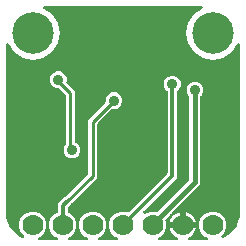
<source format=gbr>
G04 EAGLE Gerber RS-274X export*
G75*
%MOMM*%
%FSLAX34Y34*%
%LPD*%
%INBottom Copper*%
%IPPOS*%
%AMOC8*
5,1,8,0,0,1.08239X$1,22.5*%
G01*
%ADD10C,3.516000*%
%ADD11C,1.778000*%
%ADD12C,0.906400*%
%ADD13C,0.254000*%
%ADD14C,0.304800*%
%ADD15C,0.406400*%

G36*
X45277Y2549D02*
X45277Y2549D01*
X45347Y2548D01*
X45434Y2569D01*
X45523Y2581D01*
X45588Y2606D01*
X45656Y2623D01*
X45736Y2665D01*
X45819Y2698D01*
X45876Y2739D01*
X45937Y2771D01*
X46004Y2832D01*
X46076Y2884D01*
X46121Y2938D01*
X46173Y2985D01*
X46222Y3060D01*
X46279Y3129D01*
X46309Y3193D01*
X46347Y3251D01*
X46377Y3336D01*
X46415Y3417D01*
X46428Y3486D01*
X46451Y3552D01*
X46458Y3641D01*
X46475Y3729D01*
X46470Y3799D01*
X46476Y3869D01*
X46460Y3957D01*
X46455Y4047D01*
X46433Y4113D01*
X46421Y4182D01*
X46384Y4264D01*
X46357Y4349D01*
X46320Y4408D01*
X46291Y4472D01*
X46235Y4542D01*
X46187Y4618D01*
X46136Y4666D01*
X46092Y4720D01*
X46020Y4775D01*
X45955Y4836D01*
X45894Y4870D01*
X45838Y4912D01*
X45694Y4983D01*
X44325Y5550D01*
X41109Y8765D01*
X39369Y12966D01*
X39369Y17514D01*
X41109Y21715D01*
X44325Y24931D01*
X45952Y25604D01*
X45977Y25619D01*
X46005Y25628D01*
X46115Y25698D01*
X46228Y25762D01*
X46249Y25782D01*
X46274Y25798D01*
X46363Y25893D01*
X46456Y25983D01*
X46472Y26008D01*
X46492Y26030D01*
X46555Y26143D01*
X46623Y26254D01*
X46631Y26282D01*
X46646Y26308D01*
X46678Y26434D01*
X46716Y26558D01*
X46718Y26588D01*
X46725Y26616D01*
X46735Y26777D01*
X46735Y33434D01*
X52131Y38830D01*
X52147Y38830D01*
X52205Y38847D01*
X52265Y38855D01*
X52357Y38891D01*
X52453Y38919D01*
X52505Y38949D01*
X52561Y38972D01*
X52641Y39030D01*
X52726Y39080D01*
X52802Y39146D01*
X52818Y39158D01*
X52826Y39168D01*
X52847Y39186D01*
X72018Y58357D01*
X72078Y58435D01*
X72146Y58507D01*
X72175Y58560D01*
X72212Y58608D01*
X72252Y58699D01*
X72300Y58786D01*
X72315Y58844D01*
X72339Y58900D01*
X72354Y58998D01*
X72379Y59094D01*
X72385Y59194D01*
X72389Y59214D01*
X72387Y59226D01*
X72389Y59254D01*
X72389Y104448D01*
X86536Y118595D01*
X86596Y118673D01*
X86664Y118745D01*
X86693Y118798D01*
X86730Y118846D01*
X86770Y118937D01*
X86818Y119024D01*
X86833Y119082D01*
X86857Y119138D01*
X86872Y119236D01*
X86897Y119332D01*
X86903Y119432D01*
X86907Y119452D01*
X86905Y119464D01*
X86907Y119492D01*
X86907Y122057D01*
X87984Y124656D01*
X89974Y126646D01*
X92573Y127723D01*
X95387Y127723D01*
X97986Y126646D01*
X99976Y124656D01*
X101053Y122057D01*
X101053Y119243D01*
X99976Y116644D01*
X97986Y114654D01*
X95387Y113577D01*
X92822Y113577D01*
X92724Y113565D01*
X92625Y113562D01*
X92567Y113545D01*
X92507Y113537D01*
X92415Y113501D01*
X92319Y113473D01*
X92267Y113443D01*
X92211Y113420D01*
X92131Y113362D01*
X92046Y113312D01*
X91970Y113246D01*
X91954Y113234D01*
X91946Y113224D01*
X91925Y113206D01*
X80382Y101663D01*
X80322Y101585D01*
X80254Y101513D01*
X80225Y101460D01*
X80188Y101412D01*
X80148Y101321D01*
X80100Y101234D01*
X80085Y101176D01*
X80061Y101120D01*
X80046Y101022D01*
X80021Y100926D01*
X80015Y100826D01*
X80011Y100806D01*
X80013Y100794D01*
X80011Y100766D01*
X80011Y55572D01*
X58236Y33797D01*
X58176Y33719D01*
X58108Y33647D01*
X58079Y33594D01*
X58042Y33546D01*
X58002Y33455D01*
X57954Y33368D01*
X57939Y33310D01*
X57915Y33254D01*
X57900Y33156D01*
X57881Y33082D01*
X55236Y30438D01*
X55176Y30360D01*
X55108Y30288D01*
X55079Y30235D01*
X55042Y30187D01*
X55002Y30096D01*
X54954Y30009D01*
X54939Y29951D01*
X54915Y29895D01*
X54900Y29797D01*
X54875Y29701D01*
X54869Y29601D01*
X54865Y29581D01*
X54867Y29569D01*
X54865Y29541D01*
X54865Y26777D01*
X54868Y26748D01*
X54866Y26718D01*
X54888Y26590D01*
X54905Y26461D01*
X54915Y26434D01*
X54920Y26405D01*
X54974Y26286D01*
X55022Y26166D01*
X55039Y26142D01*
X55051Y26115D01*
X55132Y26014D01*
X55208Y25908D01*
X55231Y25890D01*
X55250Y25867D01*
X55353Y25789D01*
X55453Y25706D01*
X55480Y25693D01*
X55504Y25675D01*
X55648Y25604D01*
X57275Y24931D01*
X60491Y21715D01*
X62231Y17514D01*
X62231Y12966D01*
X60491Y8765D01*
X57275Y5550D01*
X55906Y4983D01*
X55846Y4948D01*
X55781Y4922D01*
X55708Y4870D01*
X55630Y4825D01*
X55580Y4777D01*
X55524Y4736D01*
X55466Y4666D01*
X55402Y4604D01*
X55365Y4544D01*
X55321Y4491D01*
X55282Y4409D01*
X55235Y4333D01*
X55215Y4266D01*
X55185Y4203D01*
X55168Y4115D01*
X55142Y4029D01*
X55138Y3959D01*
X55125Y3890D01*
X55131Y3801D01*
X55127Y3711D01*
X55141Y3643D01*
X55145Y3573D01*
X55173Y3488D01*
X55191Y3400D01*
X55222Y3337D01*
X55243Y3271D01*
X55291Y3195D01*
X55331Y3114D01*
X55376Y3061D01*
X55413Y3002D01*
X55479Y2940D01*
X55537Y2872D01*
X55594Y2832D01*
X55645Y2784D01*
X55724Y2741D01*
X55797Y2689D01*
X55862Y2664D01*
X55923Y2630D01*
X56010Y2608D01*
X56094Y2576D01*
X56164Y2568D01*
X56231Y2551D01*
X56392Y2541D01*
X70608Y2541D01*
X70677Y2549D01*
X70747Y2548D01*
X70834Y2569D01*
X70923Y2581D01*
X70988Y2606D01*
X71056Y2623D01*
X71136Y2665D01*
X71219Y2698D01*
X71276Y2739D01*
X71337Y2771D01*
X71404Y2832D01*
X71476Y2884D01*
X71521Y2938D01*
X71573Y2985D01*
X71622Y3060D01*
X71679Y3129D01*
X71709Y3193D01*
X71747Y3251D01*
X71777Y3336D01*
X71815Y3417D01*
X71828Y3486D01*
X71851Y3552D01*
X71858Y3641D01*
X71875Y3729D01*
X71870Y3799D01*
X71876Y3869D01*
X71860Y3957D01*
X71855Y4047D01*
X71833Y4113D01*
X71821Y4182D01*
X71784Y4264D01*
X71757Y4349D01*
X71720Y4408D01*
X71691Y4472D01*
X71635Y4542D01*
X71587Y4618D01*
X71536Y4666D01*
X71492Y4720D01*
X71420Y4775D01*
X71355Y4836D01*
X71294Y4870D01*
X71238Y4912D01*
X71094Y4983D01*
X69725Y5550D01*
X66509Y8765D01*
X64769Y12966D01*
X64769Y17514D01*
X66509Y21715D01*
X69725Y24931D01*
X73926Y26671D01*
X78474Y26671D01*
X82675Y24931D01*
X85891Y21715D01*
X87631Y17514D01*
X87631Y12966D01*
X85891Y8765D01*
X82675Y5550D01*
X81306Y4983D01*
X81246Y4948D01*
X81181Y4922D01*
X81108Y4870D01*
X81030Y4825D01*
X80980Y4777D01*
X80924Y4736D01*
X80866Y4666D01*
X80802Y4604D01*
X80765Y4544D01*
X80721Y4491D01*
X80682Y4409D01*
X80635Y4333D01*
X80615Y4266D01*
X80585Y4203D01*
X80568Y4115D01*
X80542Y4029D01*
X80538Y3959D01*
X80525Y3890D01*
X80531Y3801D01*
X80527Y3711D01*
X80541Y3643D01*
X80545Y3573D01*
X80573Y3488D01*
X80591Y3400D01*
X80622Y3337D01*
X80643Y3271D01*
X80691Y3195D01*
X80731Y3114D01*
X80776Y3061D01*
X80813Y3002D01*
X80879Y2940D01*
X80937Y2872D01*
X80994Y2832D01*
X81045Y2784D01*
X81124Y2741D01*
X81197Y2689D01*
X81262Y2664D01*
X81323Y2630D01*
X81410Y2608D01*
X81494Y2576D01*
X81564Y2568D01*
X81631Y2551D01*
X81792Y2541D01*
X96008Y2541D01*
X96077Y2549D01*
X96147Y2548D01*
X96234Y2569D01*
X96323Y2581D01*
X96388Y2606D01*
X96456Y2623D01*
X96536Y2665D01*
X96619Y2698D01*
X96676Y2739D01*
X96737Y2771D01*
X96804Y2832D01*
X96876Y2884D01*
X96921Y2938D01*
X96973Y2985D01*
X97022Y3060D01*
X97079Y3129D01*
X97109Y3193D01*
X97147Y3251D01*
X97177Y3336D01*
X97215Y3417D01*
X97228Y3486D01*
X97251Y3552D01*
X97258Y3641D01*
X97275Y3729D01*
X97270Y3799D01*
X97276Y3869D01*
X97260Y3957D01*
X97255Y4047D01*
X97233Y4113D01*
X97221Y4182D01*
X97184Y4264D01*
X97157Y4349D01*
X97120Y4408D01*
X97091Y4472D01*
X97035Y4542D01*
X96987Y4618D01*
X96936Y4666D01*
X96892Y4720D01*
X96820Y4775D01*
X96755Y4836D01*
X96694Y4870D01*
X96638Y4912D01*
X96494Y4983D01*
X95125Y5550D01*
X91909Y8765D01*
X90169Y12966D01*
X90169Y17514D01*
X91909Y21715D01*
X95125Y24931D01*
X99326Y26671D01*
X103874Y26671D01*
X105500Y25997D01*
X105529Y25989D01*
X105555Y25976D01*
X105682Y25947D01*
X105807Y25913D01*
X105837Y25913D01*
X105866Y25906D01*
X105995Y25910D01*
X106125Y25908D01*
X106154Y25915D01*
X106183Y25916D01*
X106308Y25952D01*
X106434Y25982D01*
X106461Y25996D01*
X106489Y26004D01*
X106601Y26070D01*
X106716Y26131D01*
X106737Y26151D01*
X106763Y26166D01*
X106884Y26272D01*
X139074Y58462D01*
X139134Y58540D01*
X139202Y58612D01*
X139231Y58665D01*
X139268Y58713D01*
X139308Y58804D01*
X139356Y58891D01*
X139371Y58949D01*
X139395Y59005D01*
X139410Y59103D01*
X139435Y59199D01*
X139441Y59299D01*
X139445Y59319D01*
X139443Y59331D01*
X139445Y59359D01*
X139445Y128157D01*
X139433Y128255D01*
X139430Y128354D01*
X139413Y128412D01*
X139405Y128472D01*
X139369Y128564D01*
X139341Y128659D01*
X139311Y128712D01*
X139288Y128768D01*
X139230Y128848D01*
X139180Y128933D01*
X139114Y129009D01*
X139102Y129025D01*
X139092Y129033D01*
X139074Y129054D01*
X137514Y130614D01*
X136437Y133213D01*
X136437Y136027D01*
X137514Y138626D01*
X139504Y140616D01*
X142103Y141693D01*
X144917Y141693D01*
X147516Y140616D01*
X149506Y138626D01*
X150583Y136027D01*
X150583Y133213D01*
X149506Y130614D01*
X147946Y129054D01*
X147886Y128976D01*
X147818Y128904D01*
X147789Y128851D01*
X147752Y128803D01*
X147712Y128712D01*
X147664Y128625D01*
X147649Y128567D01*
X147625Y128511D01*
X147610Y128413D01*
X147585Y128317D01*
X147579Y128217D01*
X147575Y128197D01*
X147577Y128185D01*
X147575Y128157D01*
X147575Y55466D01*
X119086Y26977D01*
X119043Y26922D01*
X118993Y26874D01*
X118946Y26797D01*
X118891Y26726D01*
X118863Y26662D01*
X118827Y26603D01*
X118800Y26517D01*
X118765Y26434D01*
X118754Y26365D01*
X118733Y26299D01*
X118729Y26209D01*
X118715Y26120D01*
X118721Y26051D01*
X118718Y25981D01*
X118736Y25893D01*
X118745Y25804D01*
X118768Y25738D01*
X118782Y25670D01*
X118822Y25589D01*
X118852Y25504D01*
X118891Y25447D01*
X118922Y25384D01*
X118980Y25316D01*
X119031Y25241D01*
X119083Y25195D01*
X119128Y25142D01*
X119202Y25090D01*
X119269Y25031D01*
X119331Y24999D01*
X119388Y24959D01*
X119472Y24927D01*
X119552Y24886D01*
X119620Y24871D01*
X119686Y24846D01*
X119775Y24836D01*
X119863Y24816D01*
X119932Y24819D01*
X120002Y24811D01*
X120091Y24823D01*
X120181Y24826D01*
X120248Y24846D01*
X120317Y24855D01*
X120469Y24907D01*
X124726Y26671D01*
X129274Y26671D01*
X129855Y26430D01*
X129884Y26422D01*
X129910Y26409D01*
X130036Y26380D01*
X130162Y26346D01*
X130191Y26346D01*
X130220Y26339D01*
X130350Y26343D01*
X130480Y26341D01*
X130508Y26348D01*
X130538Y26349D01*
X130663Y26385D01*
X130789Y26415D01*
X130815Y26429D01*
X130843Y26437D01*
X130955Y26503D01*
X131070Y26564D01*
X131092Y26584D01*
X131117Y26599D01*
X131238Y26705D01*
X157616Y53082D01*
X157676Y53161D01*
X157744Y53233D01*
X157773Y53286D01*
X157810Y53334D01*
X157850Y53425D01*
X157898Y53511D01*
X157913Y53570D01*
X157937Y53625D01*
X157952Y53723D01*
X157977Y53819D01*
X157983Y53919D01*
X157987Y53940D01*
X157985Y53952D01*
X157987Y53980D01*
X157987Y123585D01*
X157975Y123683D01*
X157972Y123782D01*
X157955Y123840D01*
X157947Y123900D01*
X157911Y123992D01*
X157883Y124087D01*
X157853Y124140D01*
X157830Y124196D01*
X157772Y124276D01*
X157722Y124361D01*
X157656Y124437D01*
X157644Y124453D01*
X157634Y124461D01*
X157616Y124482D01*
X156564Y125534D01*
X155487Y128133D01*
X155487Y130947D01*
X156564Y133546D01*
X158554Y135536D01*
X161153Y136613D01*
X163967Y136613D01*
X166566Y135536D01*
X168556Y133546D01*
X169633Y130947D01*
X169633Y128133D01*
X168556Y125534D01*
X167504Y124482D01*
X167444Y124404D01*
X167376Y124332D01*
X167347Y124279D01*
X167310Y124231D01*
X167270Y124140D01*
X167222Y124053D01*
X167207Y123995D01*
X167183Y123939D01*
X167168Y123841D01*
X167143Y123745D01*
X167137Y123645D01*
X167133Y123625D01*
X167135Y123613D01*
X167133Y123585D01*
X167133Y49666D01*
X143457Y25990D01*
X143420Y25943D01*
X143376Y25902D01*
X143323Y25818D01*
X143262Y25739D01*
X143238Y25684D01*
X143206Y25633D01*
X143175Y25538D01*
X143135Y25447D01*
X143126Y25388D01*
X143108Y25331D01*
X143101Y25231D01*
X143086Y25133D01*
X143091Y25073D01*
X143087Y25013D01*
X143106Y24915D01*
X143115Y24816D01*
X143136Y24760D01*
X143147Y24701D01*
X143189Y24611D01*
X143223Y24517D01*
X143257Y24467D01*
X143282Y24413D01*
X143346Y24336D01*
X143402Y24254D01*
X143446Y24214D01*
X143485Y24168D01*
X143565Y24109D01*
X143640Y24043D01*
X143693Y24016D01*
X143742Y23981D01*
X143835Y23944D01*
X143923Y23899D01*
X143982Y23885D01*
X144037Y23863D01*
X144136Y23851D01*
X144234Y23829D01*
X144293Y23831D01*
X144353Y23823D01*
X144452Y23836D01*
X144551Y23839D01*
X144609Y23855D01*
X144668Y23863D01*
X144761Y23899D01*
X144857Y23927D01*
X144908Y23957D01*
X144964Y23979D01*
X145100Y24066D01*
X146409Y25017D01*
X148012Y25833D01*
X149723Y26389D01*
X149901Y26417D01*
X149901Y17739D01*
X141223Y17739D01*
X141251Y17917D01*
X141807Y19628D01*
X142623Y21231D01*
X143574Y22540D01*
X143603Y22592D01*
X143640Y22640D01*
X143680Y22731D01*
X143728Y22818D01*
X143743Y22876D01*
X143766Y22931D01*
X143782Y23030D01*
X143807Y23126D01*
X143807Y23186D01*
X143816Y23245D01*
X143807Y23345D01*
X143807Y23444D01*
X143792Y23502D01*
X143786Y23562D01*
X143753Y23656D01*
X143728Y23752D01*
X143699Y23805D01*
X143679Y23861D01*
X143623Y23944D01*
X143575Y24031D01*
X143534Y24075D01*
X143500Y24125D01*
X143425Y24190D01*
X143357Y24263D01*
X143307Y24295D01*
X143262Y24335D01*
X143173Y24380D01*
X143089Y24434D01*
X143032Y24452D01*
X142979Y24480D01*
X142881Y24501D01*
X142786Y24532D01*
X142727Y24536D01*
X142668Y24549D01*
X142568Y24546D01*
X142469Y24553D01*
X142410Y24541D01*
X142350Y24540D01*
X142255Y24512D01*
X142157Y24493D01*
X142102Y24468D01*
X142045Y24451D01*
X141959Y24401D01*
X141869Y24358D01*
X141822Y24320D01*
X141771Y24290D01*
X141650Y24183D01*
X138020Y20553D01*
X138002Y20530D01*
X137979Y20511D01*
X137905Y20405D01*
X137825Y20302D01*
X137813Y20275D01*
X137796Y20251D01*
X137750Y20129D01*
X137699Y20010D01*
X137694Y19981D01*
X137683Y19953D01*
X137669Y19824D01*
X137649Y19696D01*
X137652Y19666D01*
X137648Y19637D01*
X137666Y19509D01*
X137679Y19379D01*
X137689Y19351D01*
X137693Y19322D01*
X137745Y19170D01*
X138431Y17514D01*
X138431Y12966D01*
X136691Y8765D01*
X133475Y5550D01*
X132106Y4983D01*
X132046Y4948D01*
X131981Y4922D01*
X131908Y4870D01*
X131830Y4825D01*
X131780Y4777D01*
X131724Y4736D01*
X131666Y4666D01*
X131602Y4604D01*
X131565Y4544D01*
X131521Y4491D01*
X131482Y4409D01*
X131435Y4333D01*
X131415Y4266D01*
X131385Y4203D01*
X131368Y4115D01*
X131342Y4029D01*
X131338Y3959D01*
X131325Y3890D01*
X131331Y3801D01*
X131327Y3711D01*
X131341Y3643D01*
X131345Y3573D01*
X131373Y3488D01*
X131391Y3400D01*
X131422Y3337D01*
X131443Y3271D01*
X131491Y3195D01*
X131531Y3114D01*
X131576Y3061D01*
X131613Y3002D01*
X131679Y2940D01*
X131737Y2872D01*
X131794Y2832D01*
X131845Y2784D01*
X131924Y2741D01*
X131997Y2689D01*
X132062Y2664D01*
X132123Y2630D01*
X132210Y2608D01*
X132294Y2576D01*
X132364Y2568D01*
X132431Y2551D01*
X132592Y2541D01*
X146859Y2541D01*
X146878Y2543D01*
X146898Y2541D01*
X147036Y2563D01*
X147174Y2581D01*
X147193Y2588D01*
X147212Y2591D01*
X147340Y2646D01*
X147470Y2698D01*
X147486Y2709D01*
X147504Y2717D01*
X147614Y2802D01*
X147727Y2884D01*
X147740Y2900D01*
X147756Y2912D01*
X147841Y3022D01*
X147930Y3129D01*
X147938Y3148D01*
X147951Y3163D01*
X148006Y3291D01*
X148065Y3417D01*
X148069Y3437D01*
X148077Y3455D01*
X148099Y3593D01*
X148125Y3729D01*
X148124Y3749D01*
X148127Y3769D01*
X148114Y3908D01*
X148106Y4047D01*
X148099Y4066D01*
X148098Y4086D01*
X148050Y4217D01*
X148007Y4349D01*
X147997Y4366D01*
X147990Y4385D01*
X147912Y4500D01*
X147837Y4618D01*
X147823Y4632D01*
X147812Y4648D01*
X147707Y4740D01*
X147606Y4836D01*
X147588Y4846D01*
X147573Y4859D01*
X147435Y4941D01*
X146409Y5464D01*
X144953Y6521D01*
X143681Y7793D01*
X142623Y9249D01*
X141807Y10852D01*
X141251Y12563D01*
X141223Y12741D01*
X151170Y12741D01*
X151288Y12756D01*
X151407Y12763D01*
X151445Y12775D01*
X151485Y12781D01*
X151596Y12824D01*
X151709Y12861D01*
X151743Y12883D01*
X151781Y12898D01*
X151877Y12967D01*
X151978Y13031D01*
X152006Y13061D01*
X152038Y13084D01*
X152114Y13176D01*
X152196Y13263D01*
X152215Y13298D01*
X152241Y13329D01*
X152292Y13437D01*
X152349Y13541D01*
X152359Y13581D01*
X152377Y13617D01*
X152397Y13724D01*
X152401Y13694D01*
X152445Y13584D01*
X152481Y13471D01*
X152503Y13436D01*
X152518Y13399D01*
X152588Y13302D01*
X152651Y13202D01*
X152681Y13174D01*
X152705Y13141D01*
X152796Y13065D01*
X152883Y12984D01*
X152918Y12964D01*
X152950Y12939D01*
X153057Y12888D01*
X153162Y12830D01*
X153201Y12820D01*
X153237Y12803D01*
X153354Y12781D01*
X153470Y12751D01*
X153530Y12747D01*
X153550Y12743D01*
X153570Y12745D01*
X153630Y12741D01*
X163577Y12741D01*
X163549Y12563D01*
X162993Y10852D01*
X162177Y9249D01*
X161119Y7793D01*
X159847Y6521D01*
X158391Y5464D01*
X157365Y4941D01*
X157349Y4930D01*
X157330Y4922D01*
X157218Y4841D01*
X157102Y4762D01*
X157089Y4747D01*
X157073Y4736D01*
X156984Y4628D01*
X156892Y4524D01*
X156883Y4506D01*
X156870Y4491D01*
X156811Y4365D01*
X156747Y4240D01*
X156743Y4221D01*
X156735Y4203D01*
X156708Y4066D01*
X156678Y3930D01*
X156678Y3910D01*
X156675Y3890D01*
X156683Y3751D01*
X156688Y3612D01*
X156693Y3593D01*
X156694Y3573D01*
X156737Y3440D01*
X156776Y3307D01*
X156786Y3289D01*
X156793Y3271D01*
X156867Y3153D01*
X156938Y3033D01*
X156952Y3019D01*
X156963Y3002D01*
X157064Y2906D01*
X157163Y2808D01*
X157180Y2798D01*
X157194Y2784D01*
X157316Y2717D01*
X157436Y2646D01*
X157455Y2640D01*
X157473Y2630D01*
X157607Y2596D01*
X157742Y2557D01*
X157761Y2556D01*
X157781Y2551D01*
X157941Y2541D01*
X172208Y2541D01*
X172277Y2549D01*
X172347Y2548D01*
X172434Y2569D01*
X172523Y2581D01*
X172588Y2606D01*
X172656Y2623D01*
X172736Y2665D01*
X172819Y2698D01*
X172876Y2739D01*
X172937Y2771D01*
X173004Y2832D01*
X173076Y2884D01*
X173121Y2938D01*
X173173Y2985D01*
X173222Y3060D01*
X173279Y3129D01*
X173309Y3193D01*
X173347Y3251D01*
X173377Y3336D01*
X173415Y3417D01*
X173428Y3486D01*
X173451Y3552D01*
X173458Y3641D01*
X173475Y3729D01*
X173470Y3799D01*
X173476Y3869D01*
X173460Y3957D01*
X173455Y4047D01*
X173433Y4113D01*
X173421Y4182D01*
X173384Y4264D01*
X173357Y4349D01*
X173320Y4408D01*
X173291Y4472D01*
X173235Y4542D01*
X173187Y4618D01*
X173136Y4666D01*
X173092Y4720D01*
X173020Y4775D01*
X172955Y4836D01*
X172894Y4870D01*
X172838Y4912D01*
X172694Y4983D01*
X171325Y5550D01*
X168109Y8765D01*
X166369Y12966D01*
X166369Y17514D01*
X168109Y21715D01*
X171325Y24931D01*
X175526Y26671D01*
X180074Y26671D01*
X184275Y24931D01*
X187491Y21715D01*
X189231Y17514D01*
X189231Y12966D01*
X187491Y8765D01*
X185344Y6619D01*
X185332Y6603D01*
X185317Y6590D01*
X185235Y6478D01*
X185149Y6368D01*
X185141Y6349D01*
X185130Y6333D01*
X185078Y6204D01*
X185023Y6076D01*
X185020Y6056D01*
X185013Y6037D01*
X184995Y5899D01*
X184973Y5762D01*
X184975Y5742D01*
X184973Y5722D01*
X184990Y5584D01*
X185003Y5445D01*
X185010Y5426D01*
X185012Y5406D01*
X185063Y5277D01*
X185111Y5146D01*
X185122Y5129D01*
X185129Y5111D01*
X185211Y4998D01*
X185289Y4883D01*
X185304Y4869D01*
X185316Y4853D01*
X185423Y4764D01*
X185528Y4672D01*
X185545Y4663D01*
X185561Y4650D01*
X185686Y4591D01*
X185811Y4527D01*
X185830Y4523D01*
X185848Y4515D01*
X185985Y4488D01*
X186121Y4458D01*
X186141Y4458D01*
X186161Y4455D01*
X186300Y4463D01*
X186439Y4467D01*
X186458Y4473D01*
X186478Y4474D01*
X186634Y4514D01*
X187994Y4956D01*
X188101Y5007D01*
X188212Y5050D01*
X188263Y5083D01*
X188282Y5091D01*
X188297Y5104D01*
X188348Y5136D01*
X193812Y9107D01*
X193899Y9188D01*
X193946Y9227D01*
X193952Y9231D01*
X193953Y9232D01*
X193991Y9264D01*
X194029Y9310D01*
X194044Y9324D01*
X194055Y9342D01*
X194093Y9388D01*
X198064Y14852D01*
X198121Y14956D01*
X198185Y15056D01*
X198207Y15113D01*
X198217Y15131D01*
X198222Y15151D01*
X198244Y15206D01*
X200331Y21630D01*
X200344Y21698D01*
X200367Y21764D01*
X200390Y21923D01*
X200655Y25300D01*
X200655Y25304D01*
X200656Y25307D01*
X200655Y25326D01*
X200659Y25400D01*
X200659Y167796D01*
X200646Y167900D01*
X200642Y168004D01*
X200626Y168057D01*
X200619Y168111D01*
X200581Y168208D01*
X200551Y168309D01*
X200523Y168356D01*
X200502Y168407D01*
X200441Y168492D01*
X200387Y168581D01*
X200348Y168620D01*
X200316Y168665D01*
X200235Y168731D01*
X200161Y168804D01*
X200113Y168832D01*
X200071Y168867D01*
X199976Y168912D01*
X199886Y168964D01*
X199833Y168979D01*
X199783Y169003D01*
X199680Y169022D01*
X199580Y169051D01*
X199525Y169052D01*
X199471Y169063D01*
X199366Y169056D01*
X199262Y169059D01*
X199208Y169046D01*
X199153Y169043D01*
X199054Y169011D01*
X198952Y168987D01*
X198903Y168962D01*
X198851Y168945D01*
X198762Y168889D01*
X198670Y168841D01*
X198628Y168804D01*
X198582Y168775D01*
X198510Y168699D01*
X198432Y168629D01*
X198379Y168559D01*
X198364Y168543D01*
X198357Y168530D01*
X198335Y168501D01*
X193834Y161766D01*
X186478Y156850D01*
X177800Y155124D01*
X169122Y156850D01*
X161766Y161766D01*
X156850Y169122D01*
X155124Y177800D01*
X156850Y186478D01*
X161766Y193834D01*
X168501Y198335D01*
X168580Y198403D01*
X168665Y198464D01*
X168700Y198507D01*
X168741Y198543D01*
X168801Y198629D01*
X168867Y198709D01*
X168891Y198759D01*
X168922Y198805D01*
X168958Y198903D01*
X169003Y198997D01*
X169013Y199051D01*
X169032Y199103D01*
X169043Y199207D01*
X169063Y199310D01*
X169059Y199365D01*
X169065Y199419D01*
X169049Y199523D01*
X169043Y199627D01*
X169026Y199679D01*
X169018Y199734D01*
X168977Y199830D01*
X168945Y199929D01*
X168915Y199976D01*
X168894Y200027D01*
X168831Y200110D01*
X168775Y200198D01*
X168735Y200236D01*
X168701Y200280D01*
X168619Y200345D01*
X168543Y200416D01*
X168495Y200443D01*
X168452Y200477D01*
X168356Y200519D01*
X168265Y200570D01*
X168211Y200583D01*
X168161Y200606D01*
X168058Y200623D01*
X167957Y200649D01*
X167869Y200655D01*
X167847Y200658D01*
X167832Y200657D01*
X167796Y200659D01*
X35404Y200659D01*
X35300Y200646D01*
X35196Y200642D01*
X35143Y200626D01*
X35089Y200619D01*
X34992Y200581D01*
X34891Y200551D01*
X34844Y200523D01*
X34793Y200502D01*
X34708Y200441D01*
X34619Y200387D01*
X34580Y200348D01*
X34535Y200316D01*
X34469Y200235D01*
X34396Y200161D01*
X34368Y200113D01*
X34333Y200071D01*
X34288Y199976D01*
X34236Y199886D01*
X34221Y199833D01*
X34197Y199783D01*
X34178Y199680D01*
X34149Y199580D01*
X34148Y199525D01*
X34137Y199471D01*
X34144Y199366D01*
X34141Y199262D01*
X34154Y199208D01*
X34157Y199153D01*
X34189Y199054D01*
X34213Y198952D01*
X34238Y198903D01*
X34255Y198851D01*
X34311Y198762D01*
X34359Y198670D01*
X34396Y198628D01*
X34425Y198582D01*
X34501Y198510D01*
X34571Y198432D01*
X34641Y198379D01*
X34657Y198364D01*
X34670Y198357D01*
X34699Y198335D01*
X41434Y193834D01*
X46350Y186478D01*
X48076Y177800D01*
X46350Y169122D01*
X41434Y161766D01*
X34078Y156850D01*
X25400Y155124D01*
X16722Y156850D01*
X9366Y161766D01*
X4865Y168501D01*
X4797Y168580D01*
X4736Y168664D01*
X4693Y168700D01*
X4657Y168741D01*
X4571Y168801D01*
X4491Y168867D01*
X4441Y168891D01*
X4395Y168922D01*
X4297Y168958D01*
X4203Y169003D01*
X4149Y169013D01*
X4097Y169032D01*
X3993Y169043D01*
X3890Y169063D01*
X3835Y169059D01*
X3781Y169065D01*
X3677Y169049D01*
X3573Y169043D01*
X3521Y169026D01*
X3466Y169018D01*
X3370Y168977D01*
X3271Y168945D01*
X3224Y168915D01*
X3173Y168894D01*
X3090Y168831D01*
X3002Y168775D01*
X2964Y168735D01*
X2920Y168701D01*
X2855Y168619D01*
X2784Y168543D01*
X2757Y168495D01*
X2723Y168452D01*
X2681Y168356D01*
X2630Y168265D01*
X2617Y168211D01*
X2594Y168161D01*
X2577Y168058D01*
X2551Y167957D01*
X2545Y167868D01*
X2542Y167847D01*
X2543Y167832D01*
X2541Y167796D01*
X2541Y25400D01*
X2543Y25378D01*
X2545Y25300D01*
X2810Y21923D01*
X2824Y21855D01*
X2829Y21786D01*
X2869Y21630D01*
X4956Y15206D01*
X5006Y15099D01*
X5050Y14988D01*
X5083Y14937D01*
X5091Y14918D01*
X5104Y14903D01*
X5136Y14852D01*
X9107Y9388D01*
X9127Y9366D01*
X9138Y9348D01*
X9184Y9305D01*
X9188Y9301D01*
X9264Y9209D01*
X9310Y9171D01*
X9324Y9156D01*
X9342Y9145D01*
X9388Y9107D01*
X14596Y5322D01*
X14852Y5136D01*
X14956Y5079D01*
X15056Y5015D01*
X15113Y4993D01*
X15131Y4983D01*
X15151Y4978D01*
X15206Y4956D01*
X16566Y4514D01*
X16586Y4510D01*
X16604Y4503D01*
X16741Y4481D01*
X16878Y4455D01*
X16898Y4456D01*
X16918Y4453D01*
X17057Y4466D01*
X17196Y4475D01*
X17215Y4481D01*
X17235Y4483D01*
X17366Y4530D01*
X17498Y4573D01*
X17515Y4583D01*
X17534Y4590D01*
X17649Y4668D01*
X17767Y4743D01*
X17780Y4758D01*
X17797Y4769D01*
X17889Y4873D01*
X17985Y4975D01*
X17994Y4992D01*
X18007Y5007D01*
X18071Y5131D01*
X18138Y5253D01*
X18143Y5273D01*
X18152Y5290D01*
X18183Y5426D01*
X18217Y5561D01*
X18217Y5581D01*
X18222Y5601D01*
X18217Y5740D01*
X18218Y5879D01*
X18213Y5899D01*
X18212Y5919D01*
X18173Y6053D01*
X18139Y6187D01*
X18129Y6205D01*
X18124Y6224D01*
X18053Y6344D01*
X17986Y6466D01*
X17972Y6481D01*
X17962Y6498D01*
X17856Y6619D01*
X15709Y8765D01*
X13969Y12966D01*
X13969Y17514D01*
X15709Y21715D01*
X18925Y24931D01*
X23126Y26671D01*
X27674Y26671D01*
X31875Y24931D01*
X35091Y21715D01*
X36831Y17514D01*
X36831Y12966D01*
X35091Y8765D01*
X31875Y5550D01*
X30506Y4983D01*
X30446Y4948D01*
X30381Y4922D01*
X30308Y4870D01*
X30230Y4825D01*
X30180Y4777D01*
X30124Y4736D01*
X30066Y4666D01*
X30002Y4604D01*
X29965Y4544D01*
X29921Y4491D01*
X29882Y4409D01*
X29835Y4333D01*
X29815Y4266D01*
X29785Y4203D01*
X29768Y4115D01*
X29742Y4029D01*
X29738Y3959D01*
X29725Y3890D01*
X29731Y3801D01*
X29727Y3711D01*
X29741Y3643D01*
X29745Y3573D01*
X29773Y3488D01*
X29791Y3400D01*
X29822Y3337D01*
X29843Y3271D01*
X29891Y3195D01*
X29931Y3114D01*
X29976Y3061D01*
X30013Y3002D01*
X30079Y2940D01*
X30137Y2872D01*
X30194Y2832D01*
X30245Y2784D01*
X30324Y2741D01*
X30397Y2689D01*
X30462Y2664D01*
X30523Y2630D01*
X30610Y2608D01*
X30694Y2576D01*
X30764Y2568D01*
X30831Y2551D01*
X30992Y2541D01*
X45208Y2541D01*
X45277Y2549D01*
G37*
%LPC*%
G36*
X57013Y71667D02*
X57013Y71667D01*
X54414Y72744D01*
X52424Y74734D01*
X51347Y77333D01*
X51347Y80147D01*
X52424Y82746D01*
X52968Y83290D01*
X53028Y83368D01*
X53096Y83440D01*
X53125Y83493D01*
X53162Y83541D01*
X53202Y83632D01*
X53250Y83719D01*
X53265Y83777D01*
X53289Y83833D01*
X53304Y83931D01*
X53329Y84027D01*
X53335Y84127D01*
X53339Y84147D01*
X53337Y84159D01*
X53339Y84187D01*
X53339Y124896D01*
X53327Y124994D01*
X53324Y125093D01*
X53307Y125151D01*
X53299Y125211D01*
X53263Y125303D01*
X53235Y125399D01*
X53205Y125451D01*
X53182Y125507D01*
X53124Y125587D01*
X53074Y125672D01*
X53008Y125748D01*
X52996Y125764D01*
X52986Y125772D01*
X52968Y125793D01*
X47775Y130986D01*
X47697Y131046D01*
X47625Y131114D01*
X47572Y131143D01*
X47524Y131180D01*
X47433Y131220D01*
X47346Y131268D01*
X47288Y131283D01*
X47232Y131307D01*
X47134Y131322D01*
X47038Y131347D01*
X46938Y131353D01*
X46918Y131357D01*
X46906Y131355D01*
X46878Y131357D01*
X45583Y131357D01*
X42984Y132434D01*
X40994Y134424D01*
X39917Y137023D01*
X39917Y139837D01*
X40994Y142436D01*
X42984Y144426D01*
X45583Y145503D01*
X48397Y145503D01*
X50996Y144426D01*
X52986Y142436D01*
X54063Y139837D01*
X54063Y137023D01*
X53934Y136713D01*
X53926Y136684D01*
X53913Y136658D01*
X53885Y136532D01*
X53850Y136406D01*
X53850Y136377D01*
X53843Y136348D01*
X53847Y136218D01*
X53845Y136088D01*
X53852Y136060D01*
X53853Y136030D01*
X53889Y135905D01*
X53919Y135779D01*
X53933Y135753D01*
X53941Y135725D01*
X54007Y135613D01*
X54068Y135498D01*
X54088Y135476D01*
X54103Y135451D01*
X54209Y135330D01*
X58357Y131182D01*
X60961Y128578D01*
X60961Y86191D01*
X60964Y86162D01*
X60962Y86132D01*
X60984Y86004D01*
X61001Y85876D01*
X61011Y85848D01*
X61016Y85819D01*
X61070Y85701D01*
X61118Y85580D01*
X61135Y85556D01*
X61147Y85529D01*
X61228Y85428D01*
X61304Y85323D01*
X61327Y85304D01*
X61346Y85281D01*
X61449Y85203D01*
X61549Y85120D01*
X61576Y85107D01*
X61600Y85089D01*
X61744Y85019D01*
X62426Y84736D01*
X64416Y82746D01*
X65493Y80147D01*
X65493Y77333D01*
X64416Y74734D01*
X62426Y72744D01*
X59827Y71667D01*
X57013Y71667D01*
G37*
%LPD*%
%LPC*%
G36*
X154899Y17739D02*
X154899Y17739D01*
X154899Y26417D01*
X155077Y26389D01*
X156788Y25833D01*
X158391Y25017D01*
X159847Y23959D01*
X161119Y22687D01*
X162177Y21231D01*
X162993Y19628D01*
X163549Y17917D01*
X163577Y17739D01*
X154899Y17739D01*
G37*
%LPD*%
D10*
X25400Y177800D03*
X177800Y177800D03*
D11*
X177800Y15240D03*
X152400Y15240D03*
X127000Y15240D03*
X101600Y15240D03*
X76200Y15240D03*
X50800Y15240D03*
X25400Y15240D03*
D12*
X185420Y127000D03*
X118110Y115570D03*
D13*
X118110Y120650D01*
D12*
X43180Y41910D03*
D14*
X41910Y40640D01*
X44450Y40640D01*
D12*
X46990Y138430D03*
D13*
X46990Y137160D01*
X57150Y127000D01*
X57150Y80010D01*
X58420Y78740D01*
D12*
X58420Y78740D03*
X143510Y134620D03*
D14*
X143510Y57150D01*
X101600Y15240D01*
D12*
X93980Y120650D03*
D13*
X76200Y102870D01*
X76200Y57150D01*
X53800Y34750D01*
D14*
X50800Y31750D01*
X50800Y15240D01*
D15*
X162560Y51560D02*
X162560Y129540D01*
D12*
X162560Y129540D03*
D15*
X162560Y51560D02*
X127000Y16000D01*
X127000Y15240D01*
M02*

</source>
